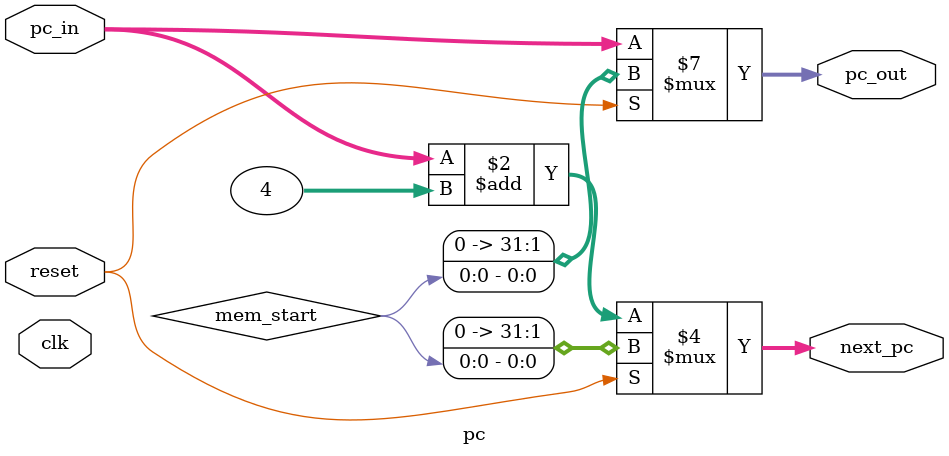
<source format=sv>
module pc (
  input clk,
  input reset,
  input [31:0] pc_in,
  output reg [31:0] pc_out,
  output reg [31:0] next_pc);

`include "params.sv"



always @ (*) begin
  if (reset) begin
    pc_out <= mem_start;
    next_pc <= mem_start;
  end
  else begin
    pc_out <= pc_in;
    next_pc <= pc_in + 4;
  end
end


endmodule // pc

</source>
